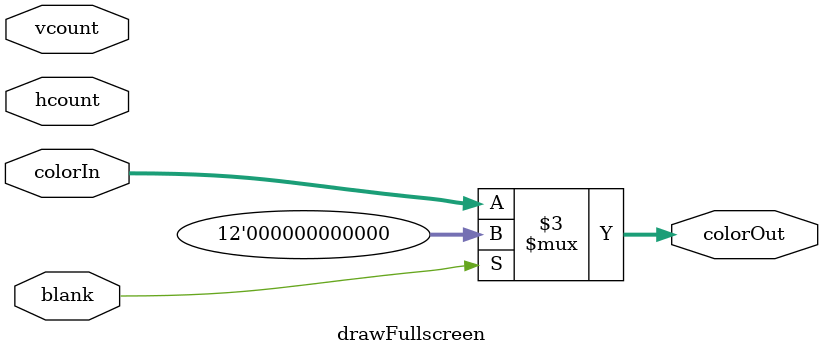
<source format=v>
`timescale 1ns / 1ps


module drawFullscreen(
    input [11:0] colorIn,
    input [10:0] hcount,
    input [10:0] vcount,
    input blank,
    output reg [11:0] colorOut
    );
    
    parameter colorBLACK = 12'b000000000000;
    
    always @(hcount or vcount)
    begin
        if (blank) //if outside display area:
            colorOut <= colorBLACK;  //set color to black, as stated in vga_controller_640_60.vhd
        else
            colorOut <= colorIn;
    end
    
    
endmodule

</source>
